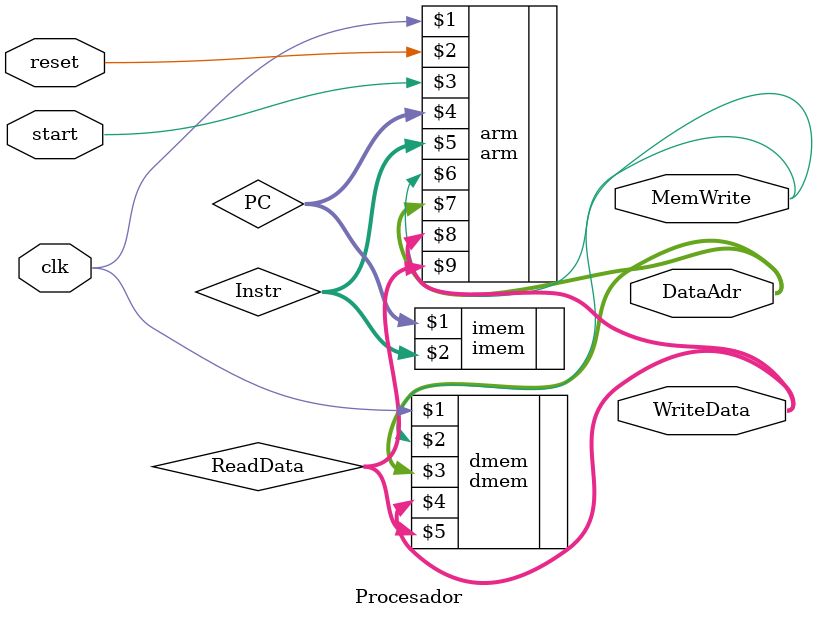
<source format=sv>
module Procesador(input logic clk, reset, start,
				output logic [31:0] WriteData, DataAdr,
				output logic MemWrite);
	logic [31:0] PC, Instr, ReadData;
	// instantiate processor and memories
	arm arm(clk, reset, start, PC, Instr, MemWrite, DataAdr,
				WriteData, ReadData);
				
	imem imem(PC, Instr);
	
	dmem dmem(clk, MemWrite, DataAdr, WriteData, ReadData);
	
endmodule
</source>
